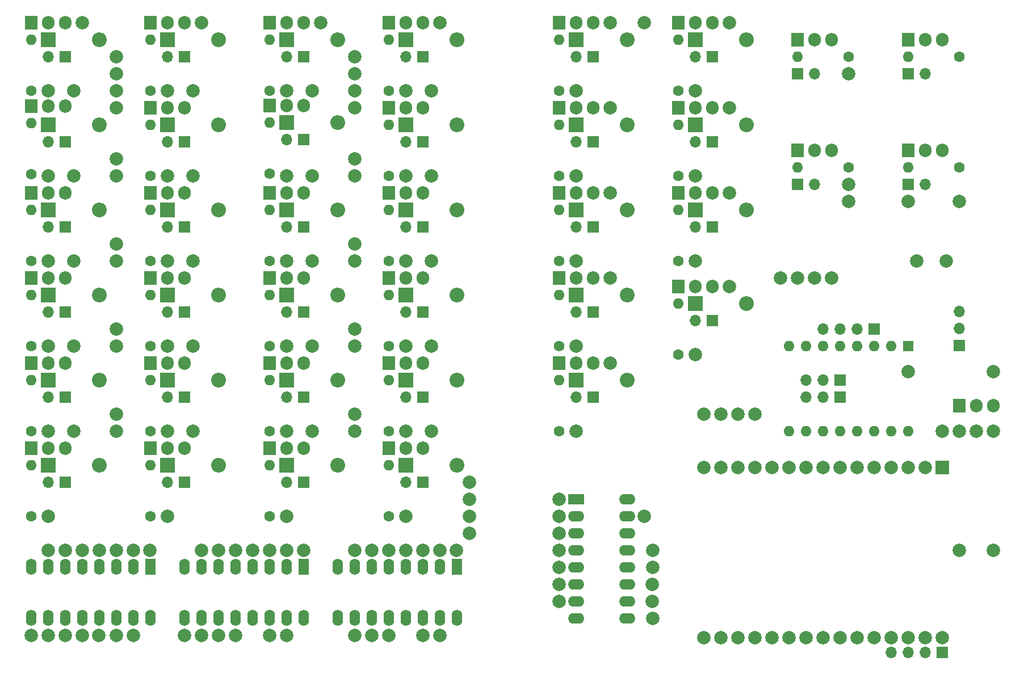
<source format=gbr>
%TF.GenerationSoftware,KiCad,Pcbnew,(6.0.8)*%
%TF.CreationDate,2022-12-05T13:38:34-05:00*%
%TF.ProjectId,MIDIViolina,4d494449-5669-46f6-9c69-6e612e6b6963,1.00*%
%TF.SameCoordinates,PX4163808PY853a720*%
%TF.FileFunction,Copper,L1,Top*%
%TF.FilePolarity,Positive*%
%FSLAX46Y46*%
G04 Gerber Fmt 4.6, Leading zero omitted, Abs format (unit mm)*
G04 Created by KiCad (PCBNEW (6.0.8)) date 2022-12-05 13:38:34*
%MOMM*%
%LPD*%
G01*
G04 APERTURE LIST*
%TA.AperFunction,ComponentPad*%
%ADD10C,1.600000*%
%TD*%
%TA.AperFunction,ComponentPad*%
%ADD11O,1.600000X1.600000*%
%TD*%
%TA.AperFunction,ComponentPad*%
%ADD12R,1.905000X2.000000*%
%TD*%
%TA.AperFunction,ComponentPad*%
%ADD13O,1.905000X2.000000*%
%TD*%
%TA.AperFunction,ComponentPad*%
%ADD14R,1.700000X1.700000*%
%TD*%
%TA.AperFunction,ComponentPad*%
%ADD15O,1.700000X1.700000*%
%TD*%
%TA.AperFunction,ComponentPad*%
%ADD16R,2.200000X2.200000*%
%TD*%
%TA.AperFunction,ComponentPad*%
%ADD17O,2.200000X2.200000*%
%TD*%
%TA.AperFunction,ComponentPad*%
%ADD18O,1.600000X2.400000*%
%TD*%
%TA.AperFunction,ComponentPad*%
%ADD19R,1.600000X2.400000*%
%TD*%
%TA.AperFunction,ComponentPad*%
%ADD20R,1.600000X1.600000*%
%TD*%
%TA.AperFunction,ComponentPad*%
%ADD21R,2.400000X1.600000*%
%TD*%
%TA.AperFunction,ComponentPad*%
%ADD22O,2.400000X1.600000*%
%TD*%
%TA.AperFunction,ComponentPad*%
%ADD23R,2.000000X2.000000*%
%TD*%
%TA.AperFunction,ComponentPad*%
%ADD24C,2.000000*%
%TD*%
%TA.AperFunction,ViaPad*%
%ADD25C,2.000000*%
%TD*%
G04 APERTURE END LIST*
D10*
%TO.P,R5,1*%
%TO.N,/Step*%
X82565000Y35560000D03*
D11*
%TO.P,R5,2*%
%TO.N,Net-(Q5-Pad1)*%
X82565000Y43180000D03*
%TD*%
D12*
%TO.P,Q5,1,G*%
%TO.N,Net-(Q5-Pad1)*%
X82565000Y45720000D03*
D13*
%TO.P,Q5,2,D*%
%TO.N,Net-(D1-Pad1)*%
X85105000Y45720000D03*
%TO.P,Q5,3,S*%
%TO.N,GND*%
X87645000Y45720000D03*
%TD*%
D14*
%TO.P,J7,1,Pin_1*%
%TO.N,+24V*%
X87645000Y40640000D03*
D15*
%TO.P,J7,2,Pin_2*%
%TO.N,Net-(D1-Pad1)*%
X85105000Y40640000D03*
%TD*%
D16*
%TO.P,D1,1,K*%
%TO.N,Net-(D1-Pad1)*%
X85105000Y43180000D03*
D17*
%TO.P,D1,2,A*%
%TO.N,+24V*%
X92725000Y43180000D03*
%TD*%
D18*
%TO.P,U6,16,VCC*%
%TO.N,+5V*%
X67310000Y7635000D03*
%TO.P,U6,15,QA*%
%TO.N,F2 NOTE*%
X64770000Y7635000D03*
%TO.P,U6,14,SER*%
%TO.N,Net-(U5-Pad9)*%
X62230000Y7635000D03*
%TO.P,U6,13,~{OE}*%
%TO.N,OUT ENABLE*%
X59690000Y7635000D03*
%TO.P,U6,12,RCLK*%
%TO.N,LATCH*%
X57150000Y7635000D03*
%TO.P,U6,11,SRCLK*%
%TO.N,SHIFT CLOCK*%
X54610000Y7635000D03*
%TO.P,U6,10,~{SRCLR}*%
%TO.N,SHIFT CLEAR*%
X52070000Y7635000D03*
%TO.P,U6,9,QH'*%
%TO.N,unconnected-(U6-Pad9)*%
X49530000Y7635000D03*
%TO.P,U6,8,GND*%
%TO.N,GND*%
X49530000Y15255000D03*
%TO.P,U6,7,QH*%
%TO.N,STRING 4*%
X52070000Y15255000D03*
%TO.P,U6,6,QG*%
%TO.N,B3 NOTE*%
X54610000Y15255000D03*
%TO.P,U6,5,QF*%
%TO.N,A#3 NOTE*%
X57150000Y15255000D03*
%TO.P,U6,4,QE*%
%TO.N,A3 NOTE*%
X59690000Y15255000D03*
%TO.P,U6,3,QD*%
%TO.N,G#3 NOTE*%
X62230000Y15255000D03*
%TO.P,U6,2,QC*%
%TO.N,G2 NOTE*%
X64770000Y15255000D03*
D19*
%TO.P,U6,1,QB*%
%TO.N,F#2 NOTE*%
X67310000Y15255000D03*
%TD*%
D12*
%TO.P,U1,1,VI*%
%TO.N,+24V*%
X142255000Y39370000D03*
D13*
%TO.P,U1,2,GND*%
%TO.N,GND*%
X144795000Y39370000D03*
%TO.P,U1,3,VO*%
%TO.N,+5V*%
X147335000Y39370000D03*
%TD*%
D16*
%TO.P,D20,1,K*%
%TO.N,Net-(D20-Pad1)*%
X85105000Y55880000D03*
D17*
%TO.P,D20,2,A*%
%TO.N,+24V*%
X92725000Y55880000D03*
%TD*%
D13*
%TO.P,Q9,3,S*%
%TO.N,GND*%
X26685000Y83820000D03*
%TO.P,Q9,2,D*%
%TO.N,Net-(D5-Pad1)*%
X24145000Y83820000D03*
D12*
%TO.P,Q9,1,G*%
%TO.N,Net-(Q9-Pad1)*%
X21605000Y83820000D03*
%TD*%
D17*
%TO.P,D19,2,A*%
%TO.N,+24V*%
X49545000Y55880000D03*
D16*
%TO.P,D19,1,K*%
%TO.N,Net-(D19-Pad1)*%
X41925000Y55880000D03*
%TD*%
D17*
%TO.P,D31,2,A*%
%TO.N,+24V*%
X13985000Y43180000D03*
D16*
%TO.P,D31,1,K*%
%TO.N,Net-(D31-Pad1)*%
X6365000Y43180000D03*
%TD*%
D11*
%TO.P,R20,2*%
%TO.N,Net-(Q20-Pad1)*%
X21605000Y43180000D03*
D10*
%TO.P,R20,1*%
%TO.N,A#2 NOTE*%
X21605000Y35560000D03*
%TD*%
D13*
%TO.P,Q33,3,S*%
%TO.N,GND*%
X62245000Y58420000D03*
%TO.P,Q33,2,D*%
%TO.N,Net-(D29-Pad1)*%
X59705000Y58420000D03*
D12*
%TO.P,Q33,1,G*%
%TO.N,Net-(Q33-Pad1)*%
X57165000Y58420000D03*
%TD*%
D17*
%TO.P,D11,2,A*%
%TO.N,+24V*%
X31765000Y93980000D03*
D16*
%TO.P,D11,1,K*%
%TO.N,Net-(D11-Pad1)*%
X24145000Y93980000D03*
%TD*%
D10*
%TO.P,R12,1*%
%TO.N,A NOTE*%
X82565000Y73660000D03*
D11*
%TO.P,R12,2*%
%TO.N,Net-(Q12-Pad1)*%
X82565000Y81280000D03*
%TD*%
D10*
%TO.P,R1,1*%
%TO.N,GND*%
X142255000Y91440000D03*
D11*
%TO.P,R1,2*%
%TO.N,/Motor 1*%
X134635000Y91440000D03*
%TD*%
D15*
%TO.P,J28,2,Pin_2*%
%TO.N,Net-(D19-Pad1)*%
X41925000Y53340000D03*
D14*
%TO.P,J28,1,Pin_1*%
%TO.N,+24V*%
X44465000Y53340000D03*
%TD*%
%TO.P,J9,1,Pin_1*%
%TO.N,+5V*%
X139705000Y2540000D03*
D15*
%TO.P,J9,2,Pin_2*%
%TO.N,GND*%
X137165000Y2540000D03*
%TO.P,J9,3,Pin_3*%
%TO.N,Net-(J9-Pad3)*%
X134625000Y2540000D03*
%TO.P,J9,4,Pin_4*%
%TO.N,Net-(J9-Pad4)*%
X132085000Y2540000D03*
%TD*%
%TO.P,J36,2,Pin_2*%
%TO.N,Net-(D27-Pad1)*%
X6365000Y53340000D03*
D14*
%TO.P,J36,1,Pin_1*%
%TO.N,+24V*%
X8905000Y53340000D03*
%TD*%
D12*
%TO.P,Q2,1,G*%
%TO.N,/Motor 3*%
X134635000Y77470000D03*
D13*
%TO.P,Q2,2,D*%
%TO.N,Net-(J2-Pad2)*%
X137175000Y77470000D03*
%TO.P,Q2,3,S*%
%TO.N,GND*%
X139715000Y77470000D03*
%TD*%
%TO.P,Q15,3,S*%
%TO.N,GND*%
X26685000Y96520000D03*
%TO.P,Q15,2,D*%
%TO.N,Net-(D11-Pad1)*%
X24145000Y96520000D03*
D12*
%TO.P,Q15,1,G*%
%TO.N,Net-(Q15-Pad1)*%
X21605000Y96520000D03*
%TD*%
%TO.P,Q7,1,G*%
%TO.N,Net-(Q7-Pad1)*%
X100345000Y71120000D03*
D13*
%TO.P,Q7,2,D*%
%TO.N,Net-(D3-Pad1)*%
X102885000Y71120000D03*
%TO.P,Q7,3,S*%
%TO.N,GND*%
X105425000Y71120000D03*
%TD*%
D20*
%TO.P,A1,1,GND*%
%TO.N,GND*%
X134635000Y48250000D03*
D11*
%TO.P,A1,2,VDD*%
%TO.N,+5V*%
X132095000Y48250000D03*
%TO.P,A1,3,1B*%
%TO.N,Net-(A1-Pad3)*%
X129555000Y48250000D03*
%TO.P,A1,4,1A*%
%TO.N,Net-(A1-Pad4)*%
X127015000Y48250000D03*
%TO.P,A1,5,2A*%
%TO.N,Net-(A1-Pad5)*%
X124475000Y48250000D03*
%TO.P,A1,6,2B*%
%TO.N,Net-(A1-Pad6)*%
X121935000Y48250000D03*
%TO.P,A1,7,GND*%
%TO.N,GND*%
X119395000Y48250000D03*
%TO.P,A1,8,VMOT*%
%TO.N,+24V*%
X116855000Y48250000D03*
%TO.P,A1,9,~{ENABLE}*%
%TO.N,/Enable*%
X116855000Y35550000D03*
%TO.P,A1,10,MS1*%
%TO.N,Net-(A1-Pad10)*%
X119395000Y35550000D03*
%TO.P,A1,11,MS2*%
%TO.N,Net-(A1-Pad11)*%
X121935000Y35550000D03*
%TO.P,A1,12,MS3*%
%TO.N,Net-(A1-Pad12)*%
X124475000Y35550000D03*
%TO.P,A1,13,~{RESET}*%
%TO.N,Net-(A1-Pad13)*%
X127015000Y35550000D03*
%TO.P,A1,14,~{SLEEP}*%
X129555000Y35550000D03*
%TO.P,A1,15,STEP*%
%TO.N,/Step*%
X132095000Y35550000D03*
%TO.P,A1,16,DIR*%
%TO.N,/Direction*%
X134635000Y35550000D03*
%TD*%
D16*
%TO.P,D2,1,K*%
%TO.N,Net-(D2-Pad1)*%
X85105000Y93980000D03*
D17*
%TO.P,D2,2,A*%
%TO.N,+24V*%
X92725000Y93980000D03*
%TD*%
D12*
%TO.P,Q12,1,G*%
%TO.N,Net-(Q12-Pad1)*%
X82565000Y83820000D03*
D13*
%TO.P,Q12,2,D*%
%TO.N,Net-(D8-Pad1)*%
X85105000Y83820000D03*
%TO.P,Q12,3,S*%
%TO.N,GND*%
X87645000Y83820000D03*
%TD*%
D12*
%TO.P,Q24,1,G*%
%TO.N,Net-(Q24-Pad1)*%
X82565000Y58420000D03*
D13*
%TO.P,Q24,2,D*%
%TO.N,Net-(D20-Pad1)*%
X85105000Y58420000D03*
%TO.P,Q24,3,S*%
%TO.N,GND*%
X87645000Y58420000D03*
%TD*%
%TO.P,Q10,3,S*%
%TO.N,GND*%
X44465000Y33020000D03*
%TO.P,Q10,2,D*%
%TO.N,Net-(D6-Pad1)*%
X41925000Y33020000D03*
D12*
%TO.P,Q10,1,G*%
%TO.N,Net-(Q10-Pad1)*%
X39385000Y33020000D03*
%TD*%
D11*
%TO.P,R17,2*%
%TO.N,Net-(Q17-Pad1)*%
X21605000Y55880000D03*
D10*
%TO.P,R17,1*%
%TO.N,STRING 2*%
X21605000Y48260000D03*
%TD*%
D13*
%TO.P,Q23,3,S*%
%TO.N,GND*%
X44465000Y58420000D03*
%TO.P,Q23,2,D*%
%TO.N,Net-(D19-Pad1)*%
X41925000Y58420000D03*
D12*
%TO.P,Q23,1,G*%
%TO.N,Net-(Q23-Pad1)*%
X39385000Y58420000D03*
%TD*%
D13*
%TO.P,Q13,3,S*%
%TO.N,GND*%
X8905000Y96520000D03*
%TO.P,Q13,2,D*%
%TO.N,Net-(D9-Pad1)*%
X6365000Y96520000D03*
D12*
%TO.P,Q13,1,G*%
%TO.N,Net-(Q13-Pad1)*%
X3825000Y96520000D03*
%TD*%
D17*
%TO.P,D18,2,A*%
%TO.N,+24V*%
X67325000Y81280000D03*
D16*
%TO.P,D18,1,K*%
%TO.N,Net-(D18-Pad1)*%
X59705000Y81280000D03*
%TD*%
D15*
%TO.P,J27,2,Pin_2*%
%TO.N,Net-(D18-Pad1)*%
X59705000Y78740000D03*
D14*
%TO.P,J27,1,Pin_1*%
%TO.N,+24V*%
X62245000Y78740000D03*
%TD*%
D17*
%TO.P,D4,2,A*%
%TO.N,+24V*%
X13985000Y30480000D03*
D16*
%TO.P,D4,1,K*%
%TO.N,Net-(D4-Pad1)*%
X6365000Y30480000D03*
%TD*%
D11*
%TO.P,R8,2*%
%TO.N,Net-(Q8-Pad1)*%
X3825000Y30480000D03*
D10*
%TO.P,R8,1*%
%TO.N,G#2 NOTE*%
X3825000Y22860000D03*
%TD*%
D12*
%TO.P,Q1,1,G*%
%TO.N,/Motor 1*%
X134635000Y93980000D03*
D13*
%TO.P,Q1,2,D*%
%TO.N,Net-(J1-Pad2)*%
X137175000Y93980000D03*
%TO.P,Q1,3,S*%
%TO.N,GND*%
X139715000Y93980000D03*
%TD*%
D14*
%TO.P,J3,1,Pin_1*%
%TO.N,+24V*%
X118125000Y72390000D03*
D15*
%TO.P,J3,2,Pin_2*%
%TO.N,Net-(J3-Pad2)*%
X120665000Y72390000D03*
%TD*%
D17*
%TO.P,D28,2,A*%
%TO.N,+24V*%
X49545000Y68580000D03*
D16*
%TO.P,D28,1,K*%
%TO.N,Net-(D28-Pad1)*%
X41925000Y68580000D03*
%TD*%
D13*
%TO.P,Q20,3,S*%
%TO.N,GND*%
X26685000Y45720000D03*
%TO.P,Q20,2,D*%
%TO.N,Net-(D16-Pad1)*%
X24145000Y45720000D03*
D12*
%TO.P,Q20,1,G*%
%TO.N,Net-(Q20-Pad1)*%
X21605000Y45720000D03*
%TD*%
D11*
%TO.P,R9,2*%
%TO.N,Net-(Q9-Pad1)*%
X21605000Y81280000D03*
D10*
%TO.P,R9,1*%
%TO.N,C2 NOTE*%
X21605000Y73660000D03*
%TD*%
D11*
%TO.P,R37,2*%
%TO.N,Net-(Q37-Pad1)*%
X57165000Y43180000D03*
D10*
%TO.P,R37,1*%
%TO.N,B3 NOTE*%
X57165000Y35560000D03*
%TD*%
%TO.P,R7,1*%
%TO.N,D NOTE*%
X100345000Y60960000D03*
D11*
%TO.P,R7,2*%
%TO.N,Net-(Q7-Pad1)*%
X100345000Y68580000D03*
%TD*%
D14*
%TO.P,J17,1,Pin_1*%
%TO.N,+24V*%
X87645000Y78740000D03*
D15*
%TO.P,J17,2,Pin_2*%
%TO.N,Net-(D8-Pad1)*%
X85105000Y78740000D03*
%TD*%
D11*
%TO.P,R32,2*%
%TO.N,Net-(Q32-Pad1)*%
X39385000Y68580000D03*
D10*
%TO.P,R32,1*%
%TO.N,E2 NOTE*%
X39385000Y60960000D03*
%TD*%
D14*
%TO.P,J5,1,Pin_1*%
%TO.N,+24V*%
X142255000Y48275000D03*
D15*
%TO.P,J5,2,Pin_2*%
%TO.N,GND*%
X142255000Y50815000D03*
%TO.P,J5,3,Pin_3*%
%TO.N,unconnected-(J5-Pad3)*%
X142255000Y53355000D03*
%TD*%
D14*
%TO.P,J12,1,Pin_1*%
%TO.N,+24V*%
X105425000Y66040000D03*
D15*
%TO.P,J12,2,Pin_2*%
%TO.N,Net-(D3-Pad1)*%
X102885000Y66040000D03*
%TD*%
D11*
%TO.P,R16,2*%
%TO.N,Net-(Q16-Pad1)*%
X57165000Y93980000D03*
D10*
%TO.P,R16,1*%
%TO.N,G2 NOTE*%
X57165000Y86360000D03*
%TD*%
D17*
%TO.P,D17,2,A*%
%TO.N,+24V*%
X49545000Y93980000D03*
D16*
%TO.P,D17,1,K*%
%TO.N,Net-(D17-Pad1)*%
X41925000Y93980000D03*
%TD*%
D12*
%TO.P,Q18,1,G*%
%TO.N,Net-(Q18-Pad1)*%
X82565000Y71120000D03*
D13*
%TO.P,Q18,2,D*%
%TO.N,Net-(D14-Pad1)*%
X85105000Y71120000D03*
%TO.P,Q18,3,S*%
%TO.N,GND*%
X87645000Y71120000D03*
%TD*%
D15*
%TO.P,J20,2,Pin_2*%
%TO.N,Net-(D11-Pad1)*%
X24145000Y91440000D03*
D14*
%TO.P,J20,1,Pin_1*%
%TO.N,+24V*%
X26685000Y91440000D03*
%TD*%
D15*
%TO.P,J25,2,Pin_2*%
%TO.N,Net-(D16-Pad1)*%
X24145000Y40640000D03*
D14*
%TO.P,J25,1,Pin_1*%
%TO.N,+24V*%
X26685000Y40640000D03*
%TD*%
D11*
%TO.P,R25,2*%
%TO.N,Net-(Q25-Pad1)*%
X3825000Y68580000D03*
D10*
%TO.P,R25,1*%
%TO.N,F NOTE*%
X3825000Y60960000D03*
%TD*%
D12*
%TO.P,Q34,1,G*%
%TO.N,Net-(Q34-Pad1)*%
X100345000Y83820000D03*
D13*
%TO.P,Q34,2,D*%
%TO.N,Net-(D30-Pad1)*%
X102885000Y83820000D03*
%TO.P,Q34,3,S*%
%TO.N,GND*%
X105425000Y83820000D03*
%TD*%
D14*
%TO.P,J29,1,Pin_1*%
%TO.N,+24V*%
X87645000Y53340000D03*
D15*
%TO.P,J29,2,Pin_2*%
%TO.N,Net-(D20-Pad1)*%
X85105000Y53340000D03*
%TD*%
%TO.P,J34,2,Pin_2*%
%TO.N,Net-(D25-Pad1)*%
X59705000Y27940000D03*
D14*
%TO.P,J34,1,Pin_1*%
%TO.N,+24V*%
X62245000Y27940000D03*
%TD*%
D17*
%TO.P,D22,2,A*%
%TO.N,+24V*%
X31765000Y30480000D03*
D16*
%TO.P,D22,1,K*%
%TO.N,Net-(D22-Pad1)*%
X24145000Y30480000D03*
%TD*%
D15*
%TO.P,J38,2,Pin_2*%
%TO.N,Net-(D29-Pad1)*%
X59705000Y53340000D03*
D14*
%TO.P,J38,1,Pin_1*%
%TO.N,+24V*%
X62245000Y53340000D03*
%TD*%
D11*
%TO.P,R15,2*%
%TO.N,Net-(Q15-Pad1)*%
X21605000Y93980000D03*
D10*
%TO.P,R15,1*%
%TO.N,C#2 NOTE*%
X21605000Y86360000D03*
%TD*%
D13*
%TO.P,Q29,3,S*%
%TO.N,GND*%
X62245000Y33020000D03*
%TO.P,Q29,2,D*%
%TO.N,Net-(D25-Pad1)*%
X59705000Y33020000D03*
D12*
%TO.P,Q29,1,G*%
%TO.N,Net-(Q29-Pad1)*%
X57165000Y33020000D03*
%TD*%
D15*
%TO.P,J31,2,Pin_2*%
%TO.N,Net-(D22-Pad1)*%
X24145000Y27940000D03*
D14*
%TO.P,J31,1,Pin_1*%
%TO.N,+24V*%
X26685000Y27940000D03*
%TD*%
D17*
%TO.P,D15,2,A*%
%TO.N,+24V*%
X13985000Y81280000D03*
D16*
%TO.P,D15,1,K*%
%TO.N,Net-(D15-Pad1)*%
X6365000Y81280000D03*
%TD*%
D13*
%TO.P,Q8,3,S*%
%TO.N,GND*%
X8905000Y33020000D03*
%TO.P,Q8,2,D*%
%TO.N,Net-(D4-Pad1)*%
X6365000Y33020000D03*
D12*
%TO.P,Q8,1,G*%
%TO.N,Net-(Q8-Pad1)*%
X3825000Y33020000D03*
%TD*%
D14*
%TO.P,J2,1,Pin_1*%
%TO.N,+24V*%
X134635000Y72390000D03*
D15*
%TO.P,J2,2,Pin_2*%
%TO.N,Net-(J2-Pad2)*%
X137175000Y72390000D03*
%TD*%
D10*
%TO.P,R4,1*%
%TO.N,GND*%
X125745000Y91440000D03*
D11*
%TO.P,R4,2*%
%TO.N,/Motor 4*%
X118125000Y91440000D03*
%TD*%
D13*
%TO.P,Q21,3,S*%
%TO.N,GND*%
X44465000Y96520000D03*
%TO.P,Q21,2,D*%
%TO.N,Net-(D17-Pad1)*%
X41925000Y96520000D03*
D12*
%TO.P,Q21,1,G*%
%TO.N,Net-(Q21-Pad1)*%
X39385000Y96520000D03*
%TD*%
D11*
%TO.P,R31,2*%
%TO.N,Net-(Q31-Pad1)*%
X3825000Y55880000D03*
D10*
%TO.P,R31,1*%
%TO.N,F# NOTE*%
X3825000Y48260000D03*
%TD*%
D17*
%TO.P,D5,2,A*%
%TO.N,+24V*%
X31765000Y81280000D03*
D16*
%TO.P,D5,1,K*%
%TO.N,Net-(D5-Pad1)*%
X24145000Y81280000D03*
%TD*%
D10*
%TO.P,R24,1*%
%TO.N,B NOTE*%
X82565000Y48260000D03*
D11*
%TO.P,R24,2*%
%TO.N,Net-(Q24-Pad1)*%
X82565000Y55880000D03*
%TD*%
D14*
%TO.P,J4,1,Pin_1*%
%TO.N,+24V*%
X118125000Y88900000D03*
D15*
%TO.P,J4,2,Pin_2*%
%TO.N,Net-(J4-Pad2)*%
X120665000Y88900000D03*
%TD*%
D14*
%TO.P,J1,1,Pin_1*%
%TO.N,+24V*%
X134635000Y88900000D03*
D15*
%TO.P,J1,2,Pin_2*%
%TO.N,Net-(J1-Pad2)*%
X137175000Y88900000D03*
%TD*%
D11*
%TO.P,R27,2*%
%TO.N,Net-(Q27-Pad1)*%
X39385000Y81605000D03*
D10*
%TO.P,R27,1*%
%TO.N,D#2 NOTE*%
X39385000Y73985000D03*
%TD*%
D15*
%TO.P,J42,2,Pin_2*%
%TO.N,Net-(D33-Pad1)*%
X59705000Y40640000D03*
D14*
%TO.P,J42,1,Pin_1*%
%TO.N,+24V*%
X62245000Y40640000D03*
%TD*%
D10*
%TO.P,R34,1*%
%TO.N,C# NOTE*%
X100345000Y73660000D03*
D11*
%TO.P,R34,2*%
%TO.N,Net-(Q34-Pad1)*%
X100345000Y81280000D03*
%TD*%
D15*
%TO.P,J14,2,Pin_2*%
%TO.N,Net-(D5-Pad1)*%
X24145000Y78740000D03*
D14*
%TO.P,J14,1,Pin_1*%
%TO.N,+24V*%
X26685000Y78740000D03*
%TD*%
D16*
%TO.P,D7,1,K*%
%TO.N,Net-(D7-Pad1)*%
X102885000Y54610000D03*
D17*
%TO.P,D7,2,A*%
%TO.N,+24V*%
X110505000Y54610000D03*
%TD*%
D15*
%TO.P,J19,2,Pin_2*%
%TO.N,Net-(D10-Pad1)*%
X24145000Y66040000D03*
D14*
%TO.P,J19,1,Pin_1*%
%TO.N,+24V*%
X26685000Y66040000D03*
%TD*%
D11*
%TO.P,R33,2*%
%TO.N,Net-(Q33-Pad1)*%
X57165000Y55880000D03*
D10*
%TO.P,R33,1*%
%TO.N,A#3 NOTE*%
X57165000Y48260000D03*
%TD*%
D11*
%TO.P,R36,2*%
%TO.N,Net-(Q36-Pad1)*%
X39385000Y43180000D03*
D10*
%TO.P,R36,1*%
%TO.N,F2 NOTE*%
X39385000Y35560000D03*
%TD*%
D11*
%TO.P,R28,2*%
%TO.N,Net-(Q28-Pad1)*%
X57165000Y68580000D03*
D10*
%TO.P,R28,1*%
%TO.N,A3 NOTE*%
X57165000Y60960000D03*
%TD*%
%TO.P,R11,1*%
%TO.N,STRING 1*%
X100345000Y46990000D03*
D11*
%TO.P,R11,2*%
%TO.N,Net-(Q11-Pad1)*%
X100345000Y54610000D03*
%TD*%
%TO.P,R19,2*%
%TO.N,Net-(Q19-Pad1)*%
X3825000Y81540000D03*
D10*
%TO.P,R19,1*%
%TO.N,E NOTE*%
X3825000Y73920000D03*
%TD*%
D15*
%TO.P,J21,2,Pin_2*%
%TO.N,Net-(D12-Pad1)*%
X59705000Y91440000D03*
D14*
%TO.P,J21,1,Pin_1*%
%TO.N,+24V*%
X62245000Y91440000D03*
%TD*%
D13*
%TO.P,Q31,3,S*%
%TO.N,GND*%
X8905000Y58420000D03*
%TO.P,Q31,2,D*%
%TO.N,Net-(D27-Pad1)*%
X6365000Y58420000D03*
D12*
%TO.P,Q31,1,G*%
%TO.N,Net-(Q31-Pad1)*%
X3825000Y58420000D03*
%TD*%
D11*
%TO.P,R23,2*%
%TO.N,Net-(Q23-Pad1)*%
X39385000Y55880000D03*
D10*
%TO.P,R23,1*%
%TO.N,STRING 3*%
X39385000Y48260000D03*
%TD*%
D14*
%TO.P,J39,1,Pin_1*%
%TO.N,+24V*%
X105425000Y78740000D03*
D15*
%TO.P,J39,2,Pin_2*%
%TO.N,Net-(D30-Pad1)*%
X102885000Y78740000D03*
%TD*%
D10*
%TO.P,R3,1*%
%TO.N,GND*%
X125745000Y74930000D03*
D11*
%TO.P,R3,2*%
%TO.N,/Motor 2*%
X118125000Y74930000D03*
%TD*%
D15*
%TO.P,J26,2,Pin_2*%
%TO.N,Net-(D17-Pad1)*%
X41925000Y91440000D03*
D14*
%TO.P,J26,1,Pin_1*%
%TO.N,+24V*%
X44465000Y91440000D03*
%TD*%
D15*
%TO.P,J32,2,Pin_2*%
%TO.N,Net-(D23-Pad1)*%
X41925000Y79065000D03*
D14*
%TO.P,J32,1,Pin_1*%
%TO.N,+24V*%
X44465000Y79065000D03*
%TD*%
D12*
%TO.P,Q3,1,G*%
%TO.N,/Motor 2*%
X118125000Y77470000D03*
D13*
%TO.P,Q3,2,D*%
%TO.N,Net-(J3-Pad2)*%
X120665000Y77470000D03*
%TO.P,Q3,3,S*%
%TO.N,GND*%
X123205000Y77470000D03*
%TD*%
D15*
%TO.P,J22,2,Pin_2*%
%TO.N,Net-(D13-Pad1)*%
X24145000Y53340000D03*
D14*
%TO.P,J22,1,Pin_1*%
%TO.N,+24V*%
X26685000Y53340000D03*
%TD*%
D21*
%TO.P,U3,1,QB*%
%TO.N,A NOTE*%
X85090000Y25385000D03*
D22*
%TO.P,U3,2,QC*%
%TO.N,A# NOTE*%
X85090000Y22845000D03*
%TO.P,U3,3,QD*%
%TO.N,B NOTE*%
X85090000Y20305000D03*
%TO.P,U3,4,QE*%
%TO.N,C NOTE*%
X85090000Y17765000D03*
%TO.P,U3,5,QF*%
%TO.N,C# NOTE*%
X85090000Y15225000D03*
%TO.P,U3,6,QG*%
%TO.N,D NOTE*%
X85090000Y12685000D03*
%TO.P,U3,7,QH*%
%TO.N,STRING 1*%
X85090000Y10145000D03*
%TO.P,U3,8,GND*%
%TO.N,GND*%
X85090000Y7605000D03*
%TO.P,U3,9,QH'*%
%TO.N,Net-(U3-Pad9)*%
X92710000Y7605000D03*
%TO.P,U3,10,~{SRCLR}*%
%TO.N,SHIFT CLEAR*%
X92710000Y10145000D03*
%TO.P,U3,11,SRCLK*%
%TO.N,SHIFT CLOCK*%
X92710000Y12685000D03*
%TO.P,U3,12,RCLK*%
%TO.N,LATCH*%
X92710000Y15225000D03*
%TO.P,U3,13,~{OE}*%
%TO.N,OUT ENABLE*%
X92710000Y17765000D03*
%TO.P,U3,14,SER*%
%TO.N,SHIFT I{slash}O*%
X92710000Y20305000D03*
%TO.P,U3,15,QA*%
%TO.N,G# NOTE*%
X92710000Y22845000D03*
%TO.P,U3,16,VCC*%
%TO.N,+5V*%
X92710000Y25385000D03*
%TD*%
D17*
%TO.P,D13,2,A*%
%TO.N,+24V*%
X31765000Y55880000D03*
D16*
%TO.P,D13,1,K*%
%TO.N,Net-(D13-Pad1)*%
X24145000Y55880000D03*
%TD*%
D13*
%TO.P,Q17,3,S*%
%TO.N,GND*%
X26685000Y58420000D03*
%TO.P,Q17,2,D*%
%TO.N,Net-(D13-Pad1)*%
X24145000Y58420000D03*
D12*
%TO.P,Q17,1,G*%
%TO.N,Net-(Q17-Pad1)*%
X21605000Y58420000D03*
%TD*%
%TO.P,Q4,1,G*%
%TO.N,/Motor 4*%
X118125000Y93980000D03*
D13*
%TO.P,Q4,2,D*%
%TO.N,Net-(J4-Pad2)*%
X120665000Y93980000D03*
%TO.P,Q4,3,S*%
%TO.N,GND*%
X123205000Y93980000D03*
%TD*%
D12*
%TO.P,Q30,1,G*%
%TO.N,Net-(Q30-Pad1)*%
X100345000Y96520000D03*
D13*
%TO.P,Q30,2,D*%
%TO.N,Net-(D26-Pad1)*%
X102885000Y96520000D03*
%TO.P,Q30,3,S*%
%TO.N,GND*%
X105425000Y96520000D03*
%TD*%
D16*
%TO.P,D26,1,K*%
%TO.N,Net-(D26-Pad1)*%
X102885000Y93980000D03*
D17*
%TO.P,D26,2,A*%
%TO.N,+24V*%
X110505000Y93980000D03*
%TD*%
D18*
%TO.P,U5,16,VCC*%
%TO.N,+5V*%
X44450000Y7635000D03*
%TO.P,U5,15,QA*%
%TO.N,A#2 NOTE*%
X41910000Y7635000D03*
%TO.P,U5,14,SER*%
%TO.N,Net-(U4-Pad9)*%
X39370000Y7635000D03*
%TO.P,U5,13,~{OE}*%
%TO.N,OUT ENABLE*%
X36830000Y7635000D03*
%TO.P,U5,12,RCLK*%
%TO.N,LATCH*%
X34290000Y7635000D03*
%TO.P,U5,11,SRCLK*%
%TO.N,SHIFT CLOCK*%
X31750000Y7635000D03*
%TO.P,U5,10,~{SRCLR}*%
%TO.N,SHIFT CLEAR*%
X29210000Y7635000D03*
%TO.P,U5,9,QH'*%
%TO.N,Net-(U5-Pad9)*%
X26670000Y7635000D03*
%TO.P,U5,8,GND*%
%TO.N,GND*%
X26670000Y15255000D03*
%TO.P,U5,7,QH*%
%TO.N,STRING 3*%
X29210000Y15255000D03*
%TO.P,U5,6,QG*%
%TO.N,E2 NOTE*%
X31750000Y15255000D03*
%TO.P,U5,5,QF*%
%TO.N,D#2 NOTE*%
X34290000Y15255000D03*
%TO.P,U5,4,QE*%
%TO.N,D2 NOTE*%
X36830000Y15255000D03*
%TO.P,U5,3,QD*%
%TO.N,C#2 NOTE*%
X39370000Y15255000D03*
%TO.P,U5,2,QC*%
%TO.N,C2 NOTE*%
X41910000Y15255000D03*
D19*
%TO.P,U5,1,QB*%
%TO.N,B2 NOTE*%
X44450000Y15255000D03*
%TD*%
D14*
%TO.P,J11,1,Pin_1*%
%TO.N,+24V*%
X87645000Y91440000D03*
D15*
%TO.P,J11,2,Pin_2*%
%TO.N,Net-(D2-Pad1)*%
X85105000Y91440000D03*
%TD*%
D17*
%TO.P,D32,2,A*%
%TO.N,+24V*%
X49545000Y43180000D03*
D16*
%TO.P,D32,1,K*%
%TO.N,Net-(D32-Pad1)*%
X41925000Y43180000D03*
%TD*%
D11*
%TO.P,R21,2*%
%TO.N,Net-(Q21-Pad1)*%
X39385000Y93980000D03*
D10*
%TO.P,R21,1*%
%TO.N,D2 NOTE*%
X39385000Y86360000D03*
%TD*%
D13*
%TO.P,Q27,3,S*%
%TO.N,GND*%
X44465000Y84145000D03*
%TO.P,Q27,2,D*%
%TO.N,Net-(D23-Pad1)*%
X41925000Y84145000D03*
D12*
%TO.P,Q27,1,G*%
%TO.N,Net-(Q27-Pad1)*%
X39385000Y84145000D03*
%TD*%
D17*
%TO.P,D16,2,A*%
%TO.N,+24V*%
X31765000Y43180000D03*
D16*
%TO.P,D16,1,K*%
%TO.N,Net-(D16-Pad1)*%
X24145000Y43180000D03*
%TD*%
D13*
%TO.P,Q35,3,S*%
%TO.N,GND*%
X8905000Y45720000D03*
%TO.P,Q35,2,D*%
%TO.N,Net-(D31-Pad1)*%
X6365000Y45720000D03*
D12*
%TO.P,Q35,1,G*%
%TO.N,Net-(Q35-Pad1)*%
X3825000Y45720000D03*
%TD*%
D13*
%TO.P,Q22,3,S*%
%TO.N,GND*%
X62245000Y83820000D03*
%TO.P,Q22,2,D*%
%TO.N,Net-(D18-Pad1)*%
X59705000Y83820000D03*
D12*
%TO.P,Q22,1,G*%
%TO.N,Net-(Q22-Pad1)*%
X57165000Y83820000D03*
%TD*%
D11*
%TO.P,R35,2*%
%TO.N,Net-(Q35-Pad1)*%
X3825000Y43180000D03*
D10*
%TO.P,R35,1*%
%TO.N,G NOTE*%
X3825000Y35560000D03*
%TD*%
D15*
%TO.P,J30,2,Pin_2*%
%TO.N,Net-(D21-Pad1)*%
X6365000Y66040000D03*
D14*
%TO.P,J30,1,Pin_1*%
%TO.N,+24V*%
X8905000Y66040000D03*
%TD*%
D15*
%TO.P,J37,2,Pin_2*%
%TO.N,Net-(D28-Pad1)*%
X41925000Y66040000D03*
D14*
%TO.P,J37,1,Pin_1*%
%TO.N,+24V*%
X44465000Y66040000D03*
%TD*%
D11*
%TO.P,R26,2*%
%TO.N,Net-(Q26-Pad1)*%
X21605000Y30480000D03*
D10*
%TO.P,R26,1*%
%TO.N,B2 NOTE*%
X21605000Y22860000D03*
%TD*%
D13*
%TO.P,Q26,3,S*%
%TO.N,GND*%
X26685000Y33020000D03*
%TO.P,Q26,2,D*%
%TO.N,Net-(D22-Pad1)*%
X24145000Y33020000D03*
D12*
%TO.P,Q26,1,G*%
%TO.N,Net-(Q26-Pad1)*%
X21605000Y33020000D03*
%TD*%
D17*
%TO.P,D6,2,A*%
%TO.N,+24V*%
X49545000Y30480000D03*
D16*
%TO.P,D6,1,K*%
%TO.N,Net-(D6-Pad1)*%
X41925000Y30480000D03*
%TD*%
D11*
%TO.P,R13,2*%
%TO.N,Net-(Q13-Pad1)*%
X3825000Y93980000D03*
D10*
%TO.P,R13,1*%
%TO.N,D# NOTE*%
X3825000Y86360000D03*
%TD*%
D12*
%TO.P,Q6,1,G*%
%TO.N,Net-(Q6-Pad1)*%
X82565000Y96520000D03*
D13*
%TO.P,Q6,2,D*%
%TO.N,Net-(D2-Pad1)*%
X85105000Y96520000D03*
%TO.P,Q6,3,S*%
%TO.N,GND*%
X87645000Y96520000D03*
%TD*%
D16*
%TO.P,D14,1,K*%
%TO.N,Net-(D14-Pad1)*%
X85105000Y68580000D03*
D17*
%TO.P,D14,2,A*%
%TO.N,+24V*%
X92725000Y68580000D03*
%TD*%
D11*
%TO.P,R29,2*%
%TO.N,Net-(Q29-Pad1)*%
X57165000Y30480000D03*
D10*
%TO.P,R29,1*%
%TO.N,STRING 4*%
X57165000Y22860000D03*
%TD*%
D15*
%TO.P,J18,2,Pin_2*%
%TO.N,Net-(D9-Pad1)*%
X6365000Y91440000D03*
D14*
%TO.P,J18,1,Pin_1*%
%TO.N,+24V*%
X8905000Y91440000D03*
%TD*%
D17*
%TO.P,D29,2,A*%
%TO.N,+24V*%
X67325000Y55880000D03*
D16*
%TO.P,D29,1,K*%
%TO.N,Net-(D29-Pad1)*%
X59705000Y55880000D03*
%TD*%
D14*
%TO.P,J10,1,Pin_1*%
%TO.N,Net-(A1-Pad3)*%
X129545000Y50800000D03*
D15*
%TO.P,J10,2,Pin_2*%
%TO.N,Net-(A1-Pad4)*%
X127005000Y50800000D03*
%TO.P,J10,3,Pin_3*%
%TO.N,Net-(A1-Pad5)*%
X124465000Y50800000D03*
%TO.P,J10,4,Pin_4*%
%TO.N,Net-(A1-Pad6)*%
X121925000Y50800000D03*
%TD*%
D10*
%TO.P,R18,1*%
%TO.N,A# NOTE*%
X82565000Y60960000D03*
D11*
%TO.P,R18,2*%
%TO.N,Net-(Q18-Pad1)*%
X82565000Y68580000D03*
%TD*%
%TO.P,R22,2*%
%TO.N,Net-(Q22-Pad1)*%
X57165000Y81280000D03*
D10*
%TO.P,R22,1*%
%TO.N,G#3 NOTE*%
X57165000Y73660000D03*
%TD*%
%TO.P,R2,1*%
%TO.N,GND*%
X142255000Y74930000D03*
D11*
%TO.P,R2,2*%
%TO.N,/Motor 3*%
X134635000Y74930000D03*
%TD*%
D14*
%TO.P,J8,1,Pin_1*%
%TO.N,Net-(A1-Pad12)*%
X124460000Y40640000D03*
D15*
%TO.P,J8,2,Pin_2*%
%TO.N,Net-(A1-Pad11)*%
X121920000Y40640000D03*
%TO.P,J8,3,Pin_3*%
%TO.N,Net-(A1-Pad10)*%
X119380000Y40640000D03*
%TD*%
D13*
%TO.P,Q28,3,S*%
%TO.N,GND*%
X62245000Y71120000D03*
%TO.P,Q28,2,D*%
%TO.N,Net-(D24-Pad1)*%
X59705000Y71120000D03*
D12*
%TO.P,Q28,1,G*%
%TO.N,Net-(Q28-Pad1)*%
X57165000Y71120000D03*
%TD*%
D17*
%TO.P,D12,2,A*%
%TO.N,+24V*%
X67325000Y93980000D03*
D16*
%TO.P,D12,1,K*%
%TO.N,Net-(D12-Pad1)*%
X59705000Y93980000D03*
%TD*%
D23*
%TO.P,U2,1,3V3*%
%TO.N,unconnected-(U2-Pad1)*%
X139715000Y30115000D03*
D24*
%TO.P,U2,2,GND*%
%TO.N,GND*%
X137175000Y30115000D03*
%TO.P,U2,3,D15*%
%TO.N,/Direction*%
X134635000Y30115000D03*
%TO.P,U2,4,D2*%
%TO.N,/Step*%
X132095000Y30115000D03*
%TO.P,U2,5,D4*%
%TO.N,unconnected-(U2-Pad5)*%
X129555000Y30115000D03*
%TO.P,U2,6,RX2*%
%TO.N,unconnected-(U2-Pad6)*%
X127015000Y30115000D03*
%TO.P,U2,7,TX2*%
%TO.N,unconnected-(U2-Pad7)*%
X124475000Y30115000D03*
%TO.P,U2,8,D5*%
%TO.N,unconnected-(U2-Pad8)*%
X121935000Y30115000D03*
%TO.P,U2,9,D18*%
%TO.N,unconnected-(U2-Pad9)*%
X119395000Y30115000D03*
%TO.P,U2,10,D19*%
%TO.N,/Enable*%
X116855000Y30115000D03*
%TO.P,U2,11,D21*%
%TO.N,unconnected-(U2-Pad11)*%
X114315000Y30115000D03*
%TO.P,U2,12,RX0*%
%TO.N,/Motor 4*%
X111775000Y30115000D03*
%TO.P,U2,13,TX0*%
%TO.N,/Motor 1*%
X109235000Y30115000D03*
%TO.P,U2,14,D22*%
%TO.N,/Motor 3*%
X106695000Y30115000D03*
%TO.P,U2,15,D23*%
%TO.N,/Motor 2*%
X104155000Y30115000D03*
%TO.P,U2,16,EN*%
%TO.N,unconnected-(U2-Pad16)*%
X104155000Y4715000D03*
%TO.P,U2,17,VP*%
%TO.N,unconnected-(U2-Pad17)*%
X106695000Y4715000D03*
%TO.P,U2,18,VN*%
%TO.N,unconnected-(U2-Pad18)*%
X109235000Y4715000D03*
%TO.P,U2,19,D34*%
%TO.N,SHIFT CLEAR*%
X111775000Y4715000D03*
%TO.P,U2,20,D35*%
%TO.N,SHIFT CLOCK*%
X114315000Y4715000D03*
%TO.P,U2,21,D32*%
%TO.N,LATCH*%
X116855000Y4715000D03*
%TO.P,U2,22,D33*%
%TO.N,OUT ENABLE*%
X119395000Y4715000D03*
%TO.P,U2,23,D25*%
%TO.N,SHIFT I{slash}O*%
X121935000Y4715000D03*
%TO.P,U2,24,D26*%
%TO.N,unconnected-(U2-Pad24)*%
X124475000Y4715000D03*
%TO.P,U2,25,D27*%
%TO.N,unconnected-(U2-Pad25)*%
X127015000Y4715000D03*
%TO.P,U2,26,D14*%
%TO.N,unconnected-(U2-Pad26)*%
X129555000Y4715000D03*
%TO.P,U2,27,D12*%
%TO.N,Net-(J9-Pad4)*%
X132095000Y4715000D03*
%TO.P,U2,28,D13*%
%TO.N,Net-(J9-Pad3)*%
X134635000Y4715000D03*
%TO.P,U2,29,GND*%
%TO.N,GND*%
X137175000Y4715000D03*
%TO.P,U2,30,VIN*%
%TO.N,+5V*%
X139715000Y4715000D03*
%TD*%
D17*
%TO.P,D25,2,A*%
%TO.N,+24V*%
X67325000Y30480000D03*
D16*
%TO.P,D25,1,K*%
%TO.N,Net-(D25-Pad1)*%
X59705000Y30480000D03*
%TD*%
D14*
%TO.P,J35,1,Pin_1*%
%TO.N,+24V*%
X105425000Y91440000D03*
D15*
%TO.P,J35,2,Pin_2*%
%TO.N,Net-(D26-Pad1)*%
X102885000Y91440000D03*
%TD*%
D16*
%TO.P,D8,1,K*%
%TO.N,Net-(D8-Pad1)*%
X85105000Y81280000D03*
D17*
%TO.P,D8,2,A*%
%TO.N,+24V*%
X92725000Y81280000D03*
%TD*%
%TO.P,D24,2,A*%
%TO.N,+24V*%
X67325000Y68580000D03*
D16*
%TO.P,D24,1,K*%
%TO.N,Net-(D24-Pad1)*%
X59705000Y68580000D03*
%TD*%
D17*
%TO.P,D21,2,A*%
%TO.N,+24V*%
X13985000Y68580000D03*
D16*
%TO.P,D21,1,K*%
%TO.N,Net-(D21-Pad1)*%
X6365000Y68580000D03*
%TD*%
D10*
%TO.P,R6,1*%
%TO.N,G# NOTE*%
X82565000Y86360000D03*
D11*
%TO.P,R6,2*%
%TO.N,Net-(Q6-Pad1)*%
X82565000Y93980000D03*
%TD*%
D15*
%TO.P,J24,2,Pin_2*%
%TO.N,Net-(D15-Pad1)*%
X6365000Y78740000D03*
D14*
%TO.P,J24,1,Pin_1*%
%TO.N,+24V*%
X8905000Y78740000D03*
%TD*%
D15*
%TO.P,J33,2,Pin_2*%
%TO.N,Net-(D24-Pad1)*%
X59705000Y66040000D03*
D14*
%TO.P,J33,1,Pin_1*%
%TO.N,+24V*%
X62245000Y66040000D03*
%TD*%
D17*
%TO.P,D9,2,A*%
%TO.N,+24V*%
X13985000Y93980000D03*
D16*
%TO.P,D9,1,K*%
%TO.N,Net-(D9-Pad1)*%
X6365000Y93980000D03*
%TD*%
D11*
%TO.P,R10,2*%
%TO.N,Net-(Q10-Pad1)*%
X39385000Y30480000D03*
D10*
%TO.P,R10,1*%
%TO.N,F#2 NOTE*%
X39385000Y22860000D03*
%TD*%
D17*
%TO.P,D27,2,A*%
%TO.N,+24V*%
X13985000Y55880000D03*
D16*
%TO.P,D27,1,K*%
%TO.N,Net-(D27-Pad1)*%
X6365000Y55880000D03*
%TD*%
D17*
%TO.P,D33,2,A*%
%TO.N,+24V*%
X67325000Y43180000D03*
D16*
%TO.P,D33,1,K*%
%TO.N,Net-(D33-Pad1)*%
X59705000Y43180000D03*
%TD*%
D13*
%TO.P,Q25,3,S*%
%TO.N,GND*%
X8905000Y71120000D03*
%TO.P,Q25,2,D*%
%TO.N,Net-(D21-Pad1)*%
X6365000Y71120000D03*
D12*
%TO.P,Q25,1,G*%
%TO.N,Net-(Q25-Pad1)*%
X3825000Y71120000D03*
%TD*%
D16*
%TO.P,D30,1,K*%
%TO.N,Net-(D30-Pad1)*%
X102885000Y81280000D03*
D17*
%TO.P,D30,2,A*%
%TO.N,+24V*%
X110505000Y81280000D03*
%TD*%
D14*
%TO.P,J23,1,Pin_1*%
%TO.N,+24V*%
X87645000Y66040000D03*
D15*
%TO.P,J23,2,Pin_2*%
%TO.N,Net-(D14-Pad1)*%
X85105000Y66040000D03*
%TD*%
D13*
%TO.P,Q32,3,S*%
%TO.N,GND*%
X44465000Y71120000D03*
%TO.P,Q32,2,D*%
%TO.N,Net-(D28-Pad1)*%
X41925000Y71120000D03*
D12*
%TO.P,Q32,1,G*%
%TO.N,Net-(Q32-Pad1)*%
X39385000Y71120000D03*
%TD*%
D15*
%TO.P,J15,2,Pin_2*%
%TO.N,Net-(D6-Pad1)*%
X41925000Y27940000D03*
D14*
%TO.P,J15,1,Pin_1*%
%TO.N,+24V*%
X44465000Y27940000D03*
%TD*%
D13*
%TO.P,Q19,3,S*%
%TO.N,GND*%
X8905000Y84080000D03*
%TO.P,Q19,2,D*%
%TO.N,Net-(D15-Pad1)*%
X6365000Y84080000D03*
D12*
%TO.P,Q19,1,G*%
%TO.N,Net-(Q19-Pad1)*%
X3825000Y84080000D03*
%TD*%
D13*
%TO.P,Q36,3,S*%
%TO.N,GND*%
X44465000Y45720000D03*
%TO.P,Q36,2,D*%
%TO.N,Net-(D32-Pad1)*%
X41925000Y45720000D03*
D12*
%TO.P,Q36,1,G*%
%TO.N,Net-(Q36-Pad1)*%
X39385000Y45720000D03*
%TD*%
D17*
%TO.P,D23,2,A*%
%TO.N,+24V*%
X49545000Y81605000D03*
D16*
%TO.P,D23,1,K*%
%TO.N,Net-(D23-Pad1)*%
X41925000Y81605000D03*
%TD*%
D13*
%TO.P,Q14,3,S*%
%TO.N,GND*%
X26685000Y71120000D03*
%TO.P,Q14,2,D*%
%TO.N,Net-(D10-Pad1)*%
X24145000Y71120000D03*
D12*
%TO.P,Q14,1,G*%
%TO.N,Net-(Q14-Pad1)*%
X21605000Y71120000D03*
%TD*%
D13*
%TO.P,Q16,3,S*%
%TO.N,GND*%
X62245000Y96520000D03*
%TO.P,Q16,2,D*%
%TO.N,Net-(D12-Pad1)*%
X59705000Y96520000D03*
D12*
%TO.P,Q16,1,G*%
%TO.N,Net-(Q16-Pad1)*%
X57165000Y96520000D03*
%TD*%
D17*
%TO.P,D10,2,A*%
%TO.N,+24V*%
X31765000Y68580000D03*
D16*
%TO.P,D10,1,K*%
%TO.N,Net-(D10-Pad1)*%
X24145000Y68580000D03*
%TD*%
D14*
%TO.P,J16,1,Pin_1*%
%TO.N,+24V*%
X105425000Y52070000D03*
D15*
%TO.P,J16,2,Pin_2*%
%TO.N,Net-(D7-Pad1)*%
X102885000Y52070000D03*
%TD*%
D12*
%TO.P,Q11,1,G*%
%TO.N,Net-(Q11-Pad1)*%
X100345000Y57150000D03*
D13*
%TO.P,Q11,2,D*%
%TO.N,Net-(D7-Pad1)*%
X102885000Y57150000D03*
%TO.P,Q11,3,S*%
%TO.N,GND*%
X105425000Y57150000D03*
%TD*%
D16*
%TO.P,D3,1,K*%
%TO.N,Net-(D3-Pad1)*%
X102885000Y68580000D03*
D17*
%TO.P,D3,2,A*%
%TO.N,+24V*%
X110505000Y68580000D03*
%TD*%
D13*
%TO.P,Q37,3,S*%
%TO.N,GND*%
X62245000Y45720000D03*
%TO.P,Q37,2,D*%
%TO.N,Net-(D33-Pad1)*%
X59705000Y45720000D03*
D12*
%TO.P,Q37,1,G*%
%TO.N,Net-(Q37-Pad1)*%
X57165000Y45720000D03*
%TD*%
D15*
%TO.P,J40,2,Pin_2*%
%TO.N,Net-(D31-Pad1)*%
X6365000Y40640000D03*
D14*
%TO.P,J40,1,Pin_1*%
%TO.N,+24V*%
X8905000Y40640000D03*
%TD*%
D15*
%TO.P,J41,2,Pin_2*%
%TO.N,Net-(D32-Pad1)*%
X41925000Y40640000D03*
D14*
%TO.P,J41,1,Pin_1*%
%TO.N,+24V*%
X44465000Y40640000D03*
%TD*%
D10*
%TO.P,R30,1*%
%TO.N,C NOTE*%
X100345000Y86360000D03*
D11*
%TO.P,R30,2*%
%TO.N,Net-(Q30-Pad1)*%
X100345000Y93980000D03*
%TD*%
D18*
%TO.P,U4,16,VCC*%
%TO.N,+5V*%
X21590000Y7635000D03*
%TO.P,U4,15,QA*%
%TO.N,D# NOTE*%
X19050000Y7635000D03*
%TO.P,U4,14,SER*%
%TO.N,Net-(U3-Pad9)*%
X16510000Y7635000D03*
%TO.P,U4,13,~{OE}*%
%TO.N,OUT ENABLE*%
X13970000Y7635000D03*
%TO.P,U4,12,RCLK*%
%TO.N,LATCH*%
X11430000Y7635000D03*
%TO.P,U4,11,SRCLK*%
%TO.N,SHIFT CLOCK*%
X8890000Y7635000D03*
%TO.P,U4,10,~{SRCLR}*%
%TO.N,SHIFT CLEAR*%
X6350000Y7635000D03*
%TO.P,U4,9,QH'*%
%TO.N,Net-(U4-Pad9)*%
X3810000Y7635000D03*
%TO.P,U4,8,GND*%
%TO.N,GND*%
X3810000Y15255000D03*
%TO.P,U4,7,QH*%
%TO.N,STRING 2*%
X6350000Y15255000D03*
%TO.P,U4,6,QG*%
%TO.N,A2 NOTE*%
X8890000Y15255000D03*
%TO.P,U4,5,QF*%
%TO.N,G#2 NOTE*%
X11430000Y15255000D03*
%TO.P,U4,4,QE*%
%TO.N,G NOTE*%
X13970000Y15255000D03*
%TO.P,U4,3,QD*%
%TO.N,F# NOTE*%
X16510000Y15255000D03*
%TO.P,U4,2,QC*%
%TO.N,F NOTE*%
X19050000Y15255000D03*
D19*
%TO.P,U4,1,QB*%
%TO.N,E NOTE*%
X21590000Y15255000D03*
%TD*%
D14*
%TO.P,J6,1,Pin_1*%
%TO.N,+5V*%
X124460000Y43180000D03*
D15*
%TO.P,J6,2,Pin_2*%
X121920000Y43180000D03*
%TO.P,J6,3,Pin_3*%
X119380000Y43180000D03*
%TD*%
D11*
%TO.P,R14,2*%
%TO.N,Net-(Q14-Pad1)*%
X21605000Y68580000D03*
D10*
%TO.P,R14,1*%
%TO.N,A2 NOTE*%
X21605000Y60960000D03*
%TD*%
D15*
%TO.P,J13,2,Pin_2*%
%TO.N,Net-(D4-Pad1)*%
X6365000Y27940000D03*
D14*
%TO.P,J13,1,Pin_1*%
%TO.N,+24V*%
X8905000Y27940000D03*
%TD*%
D25*
%TO.N,/Step*%
X85105000Y35560000D03*
%TO.N,GND*%
X90185000Y45720000D03*
%TO.N,*%
X142255000Y35560000D03*
%TO.N,+24V*%
X134635000Y69850000D03*
X139715000Y35560000D03*
X69230000Y27940000D03*
%TO.N,+5V*%
X69230000Y20320000D03*
X147335000Y35560000D03*
X147335000Y44450000D03*
X142255000Y17780000D03*
X147335000Y17780000D03*
X134635000Y44450000D03*
%TO.N,GND*%
X90185000Y58420000D03*
X52085000Y35560000D03*
X16525000Y86360000D03*
X63515000Y86360000D03*
X10175000Y60960000D03*
X16525000Y35560000D03*
X27955000Y73660000D03*
X135905000Y60960000D03*
X10175000Y73660000D03*
X52085000Y63500000D03*
X52085000Y73660000D03*
X27955000Y60960000D03*
X45735000Y86360000D03*
X63515000Y48260000D03*
X69230000Y22860000D03*
X27955000Y35560000D03*
X16525000Y60960000D03*
X63515000Y60960000D03*
X52085000Y60960000D03*
X64785000Y96520000D03*
X16525000Y91440000D03*
X107965000Y57150000D03*
X10175000Y35560000D03*
X11445000Y96520000D03*
X45735000Y48260000D03*
X16525000Y50800000D03*
X10175000Y48260000D03*
X16525000Y48260000D03*
X90185000Y83820000D03*
X45735000Y73660000D03*
X125745000Y72390000D03*
X16525000Y38100000D03*
X16525000Y88900000D03*
X140357500Y60960000D03*
X27955000Y48260000D03*
X52085000Y48260000D03*
X16525000Y83820000D03*
X52085000Y83820000D03*
X45735000Y35560000D03*
X52085000Y38100000D03*
X125745000Y69850000D03*
X90185000Y71120000D03*
X107965000Y83820000D03*
X16525000Y73660000D03*
X125745000Y88900000D03*
X47005000Y96520000D03*
X16525000Y76200000D03*
X90185000Y96520000D03*
X107965000Y96520000D03*
X52085000Y91440000D03*
X107965000Y71120000D03*
X142255000Y69850000D03*
X52085000Y86360000D03*
X95265000Y96520000D03*
X27955000Y86360000D03*
X52085000Y76200000D03*
X144795000Y35560000D03*
X29225000Y96520000D03*
X16525000Y63500000D03*
%TO.N,*%
X69230000Y25400000D03*
%TO.N,GND*%
X63515000Y73660000D03*
X45735000Y60960000D03*
X52085000Y88900000D03*
X63515000Y35560000D03*
X10175000Y86360000D03*
X52085000Y50800000D03*
%TO.N,/Motor 2*%
X115585000Y58420000D03*
X104155000Y38100000D03*
%TO.N,/Motor 1*%
X120665000Y58420000D03*
X109235000Y38100000D03*
%TO.N,/Motor 3*%
X118125000Y58420000D03*
X106695000Y38100000D03*
%TO.N,/Motor 4*%
X111775000Y38100000D03*
X123205000Y58420000D03*
%TO.N,G# NOTE*%
X85105000Y86360000D03*
X95265000Y22830000D03*
%TO.N,D NOTE*%
X102885000Y60960000D03*
X82565000Y12670000D03*
%TO.N,G#2 NOTE*%
X11430000Y17780000D03*
X6365000Y22860000D03*
%TO.N,C2 NOTE*%
X24145000Y73660000D03*
X41925000Y17780000D03*
%TO.N,F#2 NOTE*%
X67295000Y17780000D03*
X41925000Y22860000D03*
%TO.N,STRING 1*%
X102885000Y46990000D03*
X82565000Y10160000D03*
%TO.N,A NOTE*%
X82565000Y25370000D03*
X85105000Y73660000D03*
%TO.N,D# NOTE*%
X19065000Y5080000D03*
X6365000Y86360000D03*
%TO.N,A2 NOTE*%
X24145000Y60960000D03*
X8890000Y17780000D03*
%TO.N,C#2 NOTE*%
X39385000Y17780000D03*
X24145000Y86360000D03*
%TO.N,G2 NOTE*%
X64770000Y17780000D03*
X59705000Y86360000D03*
%TO.N,STRING 2*%
X6350000Y17780000D03*
X24145000Y48260000D03*
%TO.N,A# NOTE*%
X82565000Y22830000D03*
X85105000Y60960000D03*
%TO.N,E NOTE*%
X6365000Y73660000D03*
X21575000Y17780000D03*
%TO.N,A#2 NOTE*%
X41910000Y5080000D03*
X24145000Y35560000D03*
%TO.N,D2 NOTE*%
X36845000Y17780000D03*
X41925000Y86360000D03*
%TO.N,G#3 NOTE*%
X62230000Y17780000D03*
X59705000Y73660000D03*
%TO.N,STRING 3*%
X41925000Y48260000D03*
X29225000Y17780000D03*
%TO.N,B NOTE*%
X82565000Y20290000D03*
X85105000Y48260000D03*
%TO.N,F NOTE*%
X19050000Y17780000D03*
X6365000Y60960000D03*
%TO.N,B2 NOTE*%
X24145000Y22860000D03*
X44450000Y17780000D03*
%TO.N,D#2 NOTE*%
X41925000Y73660000D03*
X34305000Y17780000D03*
%TO.N,A3 NOTE*%
X59690000Y17780000D03*
X59705000Y60960000D03*
%TO.N,STRING 4*%
X52070000Y17780000D03*
X59705000Y22860000D03*
%TO.N,C NOTE*%
X82565000Y17750000D03*
X102885000Y86360000D03*
%TO.N,F# NOTE*%
X6365000Y48260000D03*
X16510000Y17780000D03*
%TO.N,E2 NOTE*%
X31765000Y17780000D03*
X41925000Y60960000D03*
%TO.N,A#3 NOTE*%
X59705000Y48260000D03*
X57150000Y17780000D03*
%TO.N,C# NOTE*%
X82565000Y15210000D03*
X102885000Y73660000D03*
%TO.N,G NOTE*%
X13970000Y17780000D03*
X6365000Y35560000D03*
%TO.N,F2 NOTE*%
X64785000Y5065000D03*
X41925000Y35560000D03*
%TO.N,B3 NOTE*%
X59705000Y35560000D03*
X54610000Y17780000D03*
%TO.N,SHIFT CLOCK*%
X31780000Y5065000D03*
X54640000Y5065000D03*
X8920000Y5080000D03*
X96505000Y12670000D03*
%TO.N,SHIFT CLEAR*%
X29240000Y5065000D03*
X6365000Y5080000D03*
X96505000Y10130000D03*
X52100000Y5065000D03*
%TO.N,OUT ENABLE*%
X96535000Y17750000D03*
X13955000Y5080000D03*
%TO.N,LATCH*%
X57180000Y5065000D03*
X96535000Y15210000D03*
X11445000Y5080000D03*
X34320000Y5065000D03*
%TO.N,Net-(U3-Pad9)*%
X96535000Y7620000D03*
X16525000Y5080000D03*
%TO.N,Net-(U4-Pad9)*%
X39385000Y5065000D03*
X3825000Y5080000D03*
%TO.N,Net-(U5-Pad9)*%
X26700000Y5065000D03*
X62245000Y5065000D03*
%TD*%
M02*

</source>
